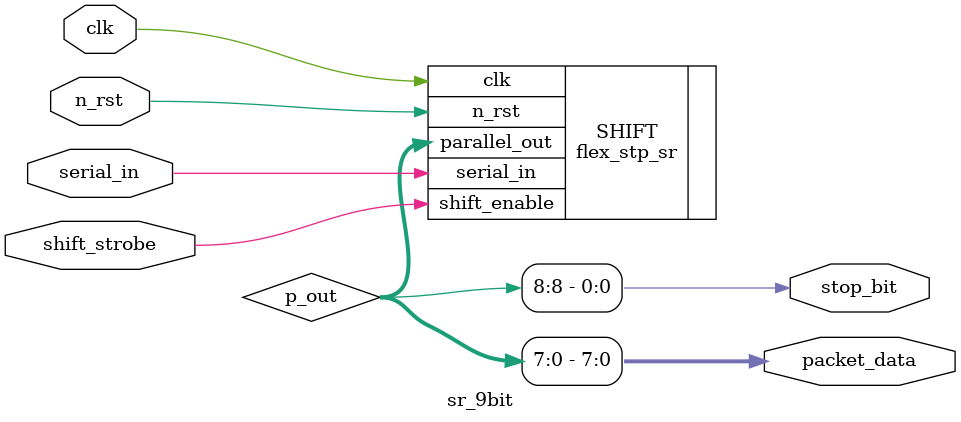
<source format=sv>
module sr_9bit
  (
   input 	clk,
   input 	n_rst,
   input 	shift_strobe,
   input 	serial_in,
   output [7:0] packet_data,
   output 	stop_bit
   );

   reg [8:0] 	p_out;

   flex_stp_sr #(.NUM_BITS(9), .SHIFT_MSB(0)) SHIFT(.clk(clk), .n_rst(n_rst), .shift_enable(shift_strobe), .serial_in(serial_in), .parallel_out(p_out));

   assign packet_data = p_out[7:0];
   assign stop_bit = p_out[8];

endmodule // sr_9bit

</source>
